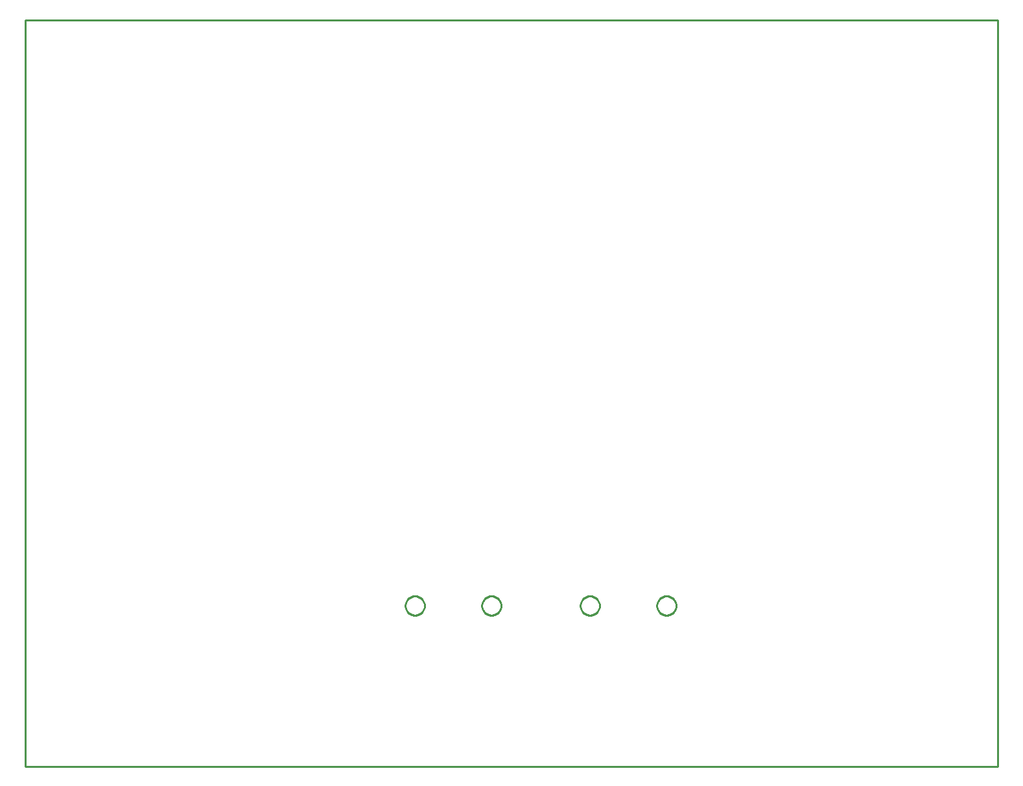
<source format=gbr>
G04 EAGLE Gerber RS-274X export*
G75*
%MOMM*%
%FSLAX34Y34*%
%LPD*%
%IN*%
%IPPOS*%
%AMOC8*
5,1,8,0,0,1.08239X$1,22.5*%
G01*
%ADD10C,0.254000*%


D10*
X0Y0D02*
X1269800Y0D01*
X1269800Y974600D01*
X0Y974600D01*
X0Y0D01*
X749900Y209209D02*
X749823Y208230D01*
X749669Y207260D01*
X749440Y206304D01*
X749136Y205370D01*
X748761Y204463D01*
X748315Y203588D01*
X747801Y202750D01*
X747224Y201955D01*
X746586Y201208D01*
X745892Y200514D01*
X745145Y199876D01*
X744350Y199299D01*
X743512Y198785D01*
X742637Y198339D01*
X741730Y197964D01*
X740796Y197660D01*
X739841Y197431D01*
X738870Y197277D01*
X737891Y197200D01*
X736909Y197200D01*
X735930Y197277D01*
X734960Y197431D01*
X734004Y197660D01*
X733070Y197964D01*
X732163Y198339D01*
X731288Y198785D01*
X730450Y199299D01*
X729655Y199876D01*
X728908Y200514D01*
X728214Y201208D01*
X727576Y201955D01*
X726999Y202750D01*
X726485Y203588D01*
X726039Y204463D01*
X725664Y205370D01*
X725360Y206304D01*
X725131Y207260D01*
X724977Y208230D01*
X724900Y209209D01*
X724900Y210191D01*
X724977Y211170D01*
X725131Y212141D01*
X725360Y213096D01*
X725664Y214030D01*
X726039Y214937D01*
X726485Y215812D01*
X726999Y216650D01*
X727576Y217445D01*
X728214Y218192D01*
X728908Y218886D01*
X729655Y219524D01*
X730450Y220101D01*
X731288Y220615D01*
X732163Y221061D01*
X733070Y221436D01*
X734004Y221740D01*
X734960Y221969D01*
X735930Y222123D01*
X736909Y222200D01*
X737891Y222200D01*
X738870Y222123D01*
X739841Y221969D01*
X740796Y221740D01*
X741730Y221436D01*
X742637Y221061D01*
X743512Y220615D01*
X744350Y220101D01*
X745145Y219524D01*
X745892Y218886D01*
X746586Y218192D01*
X747224Y217445D01*
X747801Y216650D01*
X748315Y215812D01*
X748761Y214937D01*
X749136Y214030D01*
X749440Y213096D01*
X749669Y212141D01*
X749823Y211170D01*
X749900Y210191D01*
X749900Y209209D01*
X849900Y209209D02*
X849823Y208230D01*
X849669Y207260D01*
X849440Y206304D01*
X849136Y205370D01*
X848761Y204463D01*
X848315Y203588D01*
X847801Y202750D01*
X847224Y201955D01*
X846586Y201208D01*
X845892Y200514D01*
X845145Y199876D01*
X844350Y199299D01*
X843512Y198785D01*
X842637Y198339D01*
X841730Y197964D01*
X840796Y197660D01*
X839841Y197431D01*
X838870Y197277D01*
X837891Y197200D01*
X836909Y197200D01*
X835930Y197277D01*
X834960Y197431D01*
X834004Y197660D01*
X833070Y197964D01*
X832163Y198339D01*
X831288Y198785D01*
X830450Y199299D01*
X829655Y199876D01*
X828908Y200514D01*
X828214Y201208D01*
X827576Y201955D01*
X826999Y202750D01*
X826485Y203588D01*
X826039Y204463D01*
X825664Y205370D01*
X825360Y206304D01*
X825131Y207260D01*
X824977Y208230D01*
X824900Y209209D01*
X824900Y210191D01*
X824977Y211170D01*
X825131Y212141D01*
X825360Y213096D01*
X825664Y214030D01*
X826039Y214937D01*
X826485Y215812D01*
X826999Y216650D01*
X827576Y217445D01*
X828214Y218192D01*
X828908Y218886D01*
X829655Y219524D01*
X830450Y220101D01*
X831288Y220615D01*
X832163Y221061D01*
X833070Y221436D01*
X834004Y221740D01*
X834960Y221969D01*
X835930Y222123D01*
X836909Y222200D01*
X837891Y222200D01*
X838870Y222123D01*
X839841Y221969D01*
X840796Y221740D01*
X841730Y221436D01*
X842637Y221061D01*
X843512Y220615D01*
X844350Y220101D01*
X845145Y219524D01*
X845892Y218886D01*
X846586Y218192D01*
X847224Y217445D01*
X847801Y216650D01*
X848315Y215812D01*
X848761Y214937D01*
X849136Y214030D01*
X849440Y213096D01*
X849669Y212141D01*
X849823Y211170D01*
X849900Y210191D01*
X849900Y209209D01*
X521300Y209209D02*
X521223Y208230D01*
X521069Y207260D01*
X520840Y206304D01*
X520536Y205370D01*
X520161Y204463D01*
X519715Y203588D01*
X519201Y202750D01*
X518624Y201955D01*
X517986Y201208D01*
X517292Y200514D01*
X516545Y199876D01*
X515750Y199299D01*
X514912Y198785D01*
X514037Y198339D01*
X513130Y197964D01*
X512196Y197660D01*
X511241Y197431D01*
X510270Y197277D01*
X509291Y197200D01*
X508309Y197200D01*
X507330Y197277D01*
X506360Y197431D01*
X505404Y197660D01*
X504470Y197964D01*
X503563Y198339D01*
X502688Y198785D01*
X501850Y199299D01*
X501055Y199876D01*
X500308Y200514D01*
X499614Y201208D01*
X498976Y201955D01*
X498399Y202750D01*
X497885Y203588D01*
X497439Y204463D01*
X497064Y205370D01*
X496760Y206304D01*
X496531Y207260D01*
X496377Y208230D01*
X496300Y209209D01*
X496300Y210191D01*
X496377Y211170D01*
X496531Y212141D01*
X496760Y213096D01*
X497064Y214030D01*
X497439Y214937D01*
X497885Y215812D01*
X498399Y216650D01*
X498976Y217445D01*
X499614Y218192D01*
X500308Y218886D01*
X501055Y219524D01*
X501850Y220101D01*
X502688Y220615D01*
X503563Y221061D01*
X504470Y221436D01*
X505404Y221740D01*
X506360Y221969D01*
X507330Y222123D01*
X508309Y222200D01*
X509291Y222200D01*
X510270Y222123D01*
X511241Y221969D01*
X512196Y221740D01*
X513130Y221436D01*
X514037Y221061D01*
X514912Y220615D01*
X515750Y220101D01*
X516545Y219524D01*
X517292Y218886D01*
X517986Y218192D01*
X518624Y217445D01*
X519201Y216650D01*
X519715Y215812D01*
X520161Y214937D01*
X520536Y214030D01*
X520840Y213096D01*
X521069Y212141D01*
X521223Y211170D01*
X521300Y210191D01*
X521300Y209209D01*
X621300Y209209D02*
X621223Y208230D01*
X621069Y207260D01*
X620840Y206304D01*
X620536Y205370D01*
X620161Y204463D01*
X619715Y203588D01*
X619201Y202750D01*
X618624Y201955D01*
X617986Y201208D01*
X617292Y200514D01*
X616545Y199876D01*
X615750Y199299D01*
X614912Y198785D01*
X614037Y198339D01*
X613130Y197964D01*
X612196Y197660D01*
X611241Y197431D01*
X610270Y197277D01*
X609291Y197200D01*
X608309Y197200D01*
X607330Y197277D01*
X606360Y197431D01*
X605404Y197660D01*
X604470Y197964D01*
X603563Y198339D01*
X602688Y198785D01*
X601850Y199299D01*
X601055Y199876D01*
X600308Y200514D01*
X599614Y201208D01*
X598976Y201955D01*
X598399Y202750D01*
X597885Y203588D01*
X597439Y204463D01*
X597064Y205370D01*
X596760Y206304D01*
X596531Y207260D01*
X596377Y208230D01*
X596300Y209209D01*
X596300Y210191D01*
X596377Y211170D01*
X596531Y212141D01*
X596760Y213096D01*
X597064Y214030D01*
X597439Y214937D01*
X597885Y215812D01*
X598399Y216650D01*
X598976Y217445D01*
X599614Y218192D01*
X600308Y218886D01*
X601055Y219524D01*
X601850Y220101D01*
X602688Y220615D01*
X603563Y221061D01*
X604470Y221436D01*
X605404Y221740D01*
X606360Y221969D01*
X607330Y222123D01*
X608309Y222200D01*
X609291Y222200D01*
X610270Y222123D01*
X611241Y221969D01*
X612196Y221740D01*
X613130Y221436D01*
X614037Y221061D01*
X614912Y220615D01*
X615750Y220101D01*
X616545Y219524D01*
X617292Y218886D01*
X617986Y218192D01*
X618624Y217445D01*
X619201Y216650D01*
X619715Y215812D01*
X620161Y214937D01*
X620536Y214030D01*
X620840Y213096D01*
X621069Y212141D01*
X621223Y211170D01*
X621300Y210191D01*
X621300Y209209D01*
M02*

</source>
